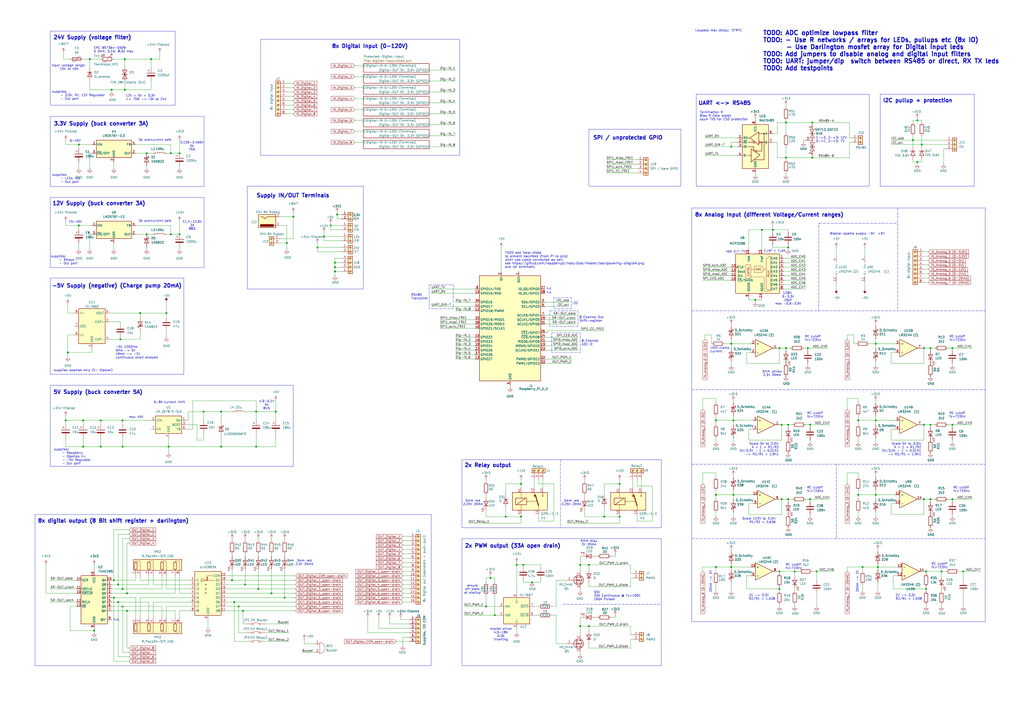
<source format=kicad_sch>
(kicad_sch
	(version 20231120)
	(generator "eeschema")
	(generator_version "8.0")
	(uuid "af4d11a6-73e1-4c39-a25e-5fe7dfa07237")
	(paper "A2")
	
	(junction
		(at 48.26 259.08)
		(diameter 0)
		(color 0 0 0 0)
		(uuid "04e54955-95ed-4070-adbb-7cee1b2c7a8b")
	)
	(junction
		(at 135.89 349.25)
		(diameter 0)
		(color 0 0 0 0)
		(uuid "05eca1c0-0042-44d8-82a8-b1f48175c33d")
	)
	(junction
		(at 529.59 81.28)
		(diameter 0)
		(color 0 0 0 0)
		(uuid "07823899-5798-4592-8eff-8b1fe5858f30")
	)
	(junction
		(at 308.61 337.82)
		(diameter 0)
		(color 0 0 0 0)
		(uuid "0c7b1ae2-c684-4906-92c2-8dfa0b9613b9")
	)
	(junction
		(at 455.93 201.93)
		(diameter 0)
		(color 0 0 0 0)
		(uuid "0fefb793-9883-40a2-bd83-f35b47e8dbdb")
	)
	(junction
		(at 66.04 336.55)
		(diameter 0)
		(color 0 0 0 0)
		(uuid "10026633-9ac7-4b72-aa53-10151f42da81")
	)
	(junction
		(at 71.12 243.84)
		(diameter 0)
		(color 0 0 0 0)
		(uuid "105d8991-ac05-4276-b194-5060bc474cf0")
	)
	(junction
		(at 424.18 328.93)
		(diameter 0)
		(color 0 0 0 0)
		(uuid "11161079-c1a9-4ebe-8de9-fa873f6e9640")
	)
	(junction
		(at 142.24 339.09)
		(diameter 0)
		(color 0 0 0 0)
		(uuid "11903fdd-3575-4409-96d6-35550cd46cfd")
	)
	(junction
		(at 284.48 335.28)
		(diameter 0)
		(color 0 0 0 0)
		(uuid "14ee932b-b4bf-415b-ab21-01e0b930417b")
	)
	(junction
		(at 39.37 204.47)
		(diameter 0)
		(color 0 0 0 0)
		(uuid "16107448-b037-4021-a9bb-1fb19d6f36c7")
	)
	(junction
		(at 471.17 71.12)
		(diameter 0)
		(color 0 0 0 0)
		(uuid "1827b75e-5515-4844-a399-117e6918fd73")
	)
	(junction
		(at 149.86 341.63)
		(diameter 0)
		(color 0 0 0 0)
		(uuid "1ab2b0ca-ba04-4500-a455-f6bec6b9245f")
	)
	(junction
		(at 532.13 93.98)
		(diameter 0)
		(color 0 0 0 0)
		(uuid "1c476741-4a7f-44e7-a84a-5b0fc50d1df8")
	)
	(junction
		(at 72.39 52.07)
		(diameter 0)
		(color 0 0 0 0)
		(uuid "1ca1e8b3-a925-433d-8b97-4bcdb1b98a40")
	)
	(junction
		(at 457.2 246.38)
		(diameter 0)
		(color 0 0 0 0)
		(uuid "209182a8-b4b9-40cd-b5b2-bd90b860e927")
	)
	(junction
		(at 461.01 331.47)
		(diameter 0)
		(color 0 0 0 0)
		(uuid "2108f88e-bd30-4e37-bd43-f81a6b0a951c")
	)
	(junction
		(at 302.26 280.67)
		(diameter 0)
		(color 0 0 0 0)
		(uuid "213f96fc-26d9-4cf1-83bd-f4336ef00b81")
	)
	(junction
		(at 350.52 299.72)
		(diameter 0)
		(color 0 0 0 0)
		(uuid "236f3f4e-76e9-4351-baf1-7665cdb427aa")
	)
	(junction
		(at 128.27 238.76)
		(diameter 0)
		(color 0 0 0 0)
		(uuid "28045595-b22a-4b06-9953-9f52298bbfc3")
	)
	(junction
		(at 425.45 287.02)
		(diameter 0)
		(color 0 0 0 0)
		(uuid "28934ae1-6d54-433a-8602-d8951919fe72")
	)
	(junction
		(at 336.55 327.66)
		(diameter 0)
		(color 0 0 0 0)
		(uuid "2a544a35-89e9-4403-a76e-deca404b0df4")
	)
	(junction
		(at 455.93 71.12)
		(diameter 0)
		(color 0 0 0 0)
		(uuid "2d47b40e-d23f-458b-8bda-f40f4a63d16c")
	)
	(junction
		(at 415.29 287.02)
		(diameter 0)
		(color 0 0 0 0)
		(uuid "2f3e2706-66a2-4ddc-84d7-d0f87e408bee")
	)
	(junction
		(at 52.07 34.29)
		(diameter 0)
		(color 0 0 0 0)
		(uuid "323916cf-5786-4346-bdcd-89c81cb32737")
	)
	(junction
		(at 170.18 125.73)
		(diameter 0)
		(color 0 0 0 0)
		(uuid "36c7ffc8-59d3-497b-8dce-a7b0d2f66aca")
	)
	(junction
		(at 184.15 143.51)
		(diameter 0)
		(color 0 0 0 0)
		(uuid "36d68065-ce7c-4d04-bfc0-73baed985380")
	)
	(junction
		(at 48.26 243.84)
		(diameter 0)
		(color 0 0 0 0)
		(uuid "383ef42e-22d7-43b3-89d3-2af42737728c")
	)
	(junction
		(at 535.94 246.38)
		(diameter 0)
		(color 0 0 0 0)
		(uuid "3ae78f7f-94a6-4485-a6b5-d7ce73e1abef")
	)
	(junction
		(at 54.61 365.76)
		(diameter 0)
		(color 0 0 0 0)
		(uuid "3c754c5e-b249-46c4-9d05-9f550316aca5")
	)
	(junction
		(at 415.29 328.93)
		(diameter 0)
		(color 0 0 0 0)
		(uuid "3e62f561-0d72-4e6a-934a-49655edcba7a")
	)
	(junction
		(at 195.58 124.46)
		(diameter 0)
		(color 0 0 0 0)
		(uuid "4165b357-897a-49f2-9ef7-d976d8e6b00f")
	)
	(junction
		(at 58.42 243.84)
		(diameter 0)
		(color 0 0 0 0)
		(uuid "422bc740-9691-4697-b466-286d91cb40aa")
	)
	(junction
		(at 448.31 133.35)
		(diameter 0)
		(color 0 0 0 0)
		(uuid "42f8f2a2-d4f1-4f85-a7f3-af76fd15f334")
	)
	(junction
		(at 281.94 351.79)
		(diameter 0)
		(color 0 0 0 0)
		(uuid "45df1d33-cd46-4ea8-8c84-ecb0d5402893")
	)
	(junction
		(at 81.28 181.61)
		(diameter 0)
		(color 0 0 0 0)
		(uuid "49b65474-3c4a-461b-8a68-40a6b20540ce")
	)
	(junction
		(at 535.94 201.93)
		(diameter 0)
		(color 0 0 0 0)
		(uuid "4c28afa4-cb18-4457-bfd3-5c53dabd8baa")
	)
	(junction
		(at 66.04 346.71)
		(diameter 0)
		(color 0 0 0 0)
		(uuid "4dd49bce-72c0-4885-aaa1-4fc2ceee5ed9")
	)
	(junction
		(at 438.15 173.99)
		(diameter 0)
		(color 0 0 0 0)
		(uuid "4e57230f-aabe-47d0-b863-f2adc3d1ffe4")
	)
	(junction
		(at 537.21 331.47)
		(diameter 0)
		(color 0 0 0 0)
		(uuid "51a2075d-152f-4706-892e-e33346bc5c7c")
	)
	(junction
		(at 469.9 289.56)
		(diameter 0)
		(color 0 0 0 0)
		(uuid "5350fbf4-d95b-437a-9686-20f0bf58d3a4")
	)
	(junction
		(at 534.67 83.82)
		(diameter 0)
		(color 0 0 0 0)
		(uuid "53d66afe-70cb-456e-9b1b-03e37a30427c")
	)
	(junction
		(at 535.94 289.56)
		(diameter 0)
		(color 0 0 0 0)
		(uuid "5453c15f-3da7-498f-b4d4-eefd4a32800e")
	)
	(junction
		(at 71.12 259.08)
		(diameter 0)
		(color 0 0 0 0)
		(uuid "548e2dfb-04f2-4d21-ab49-d803782e4bea")
	)
	(junction
		(at 165.1 346.71)
		(diameter 0)
		(color 0 0 0 0)
		(uuid "5728ee18-fcb1-40dc-a17f-8fbad76f4f48")
	)
	(junction
		(at 497.84 243.84)
		(diameter 0)
		(color 0 0 0 0)
		(uuid "57a339c8-b411-45ff-a169-a3416d23d890")
	)
	(junction
		(at 359.41 299.72)
		(diameter 0)
		(color 0 0 0 0)
		(uuid "58641e9a-dfea-4a17-a599-d3f20704b922")
	)
	(junction
		(at 104.14 135.89)
		(diameter 0)
		(color 0 0 0 0)
		(uuid "5b0eb3d4-c4be-4d9b-9e7b-ef02c7a05fa6")
	)
	(junction
		(at 552.45 246.38)
		(diameter 0)
		(color 0 0 0 0)
		(uuid "5fd46808-879e-44b8-af18-96d3e87ab16f")
	)
	(junction
		(at 104.14 88.9)
		(diameter 0)
		(color 0 0 0 0)
		(uuid "6030d6cb-547f-4627-bb7a-29b5d50e2d7c")
	)
	(junction
		(at 532.13 69.85)
		(diameter 0)
		(color 0 0 0 0)
		(uuid "60649139-4bdd-472e-9af5-360b27505cfe")
	)
	(junction
		(at 45.72 83.82)
		(diameter 0)
		(color 0 0 0 0)
		(uuid "61300700-7a6f-4cf0-89e3-de24251aaf76")
	)
	(junction
		(at 500.38 328.93)
		(diameter 0)
		(color 0 0 0 0)
		(uuid "628c5c50-25e2-4f91-8c48-b88818b7ae22")
	)
	(junction
		(at 508 243.84)
		(diameter 0)
		(color 0 0 0 0)
		(uuid "681b0c0c-503e-42b4-b413-9d8b61948eb7")
	)
	(junction
		(at 187.96 137.16)
		(diameter 0)
		(color 0 0 0 0)
		(uuid "6cf7d574-f4cc-4d2d-aaa4-333b42743989")
	)
	(junction
		(at 299.72 327.66)
		(diameter 0)
		(color 0 0 0 0)
		(uuid "6f8dae14-e5bb-4ed3-8136-992dd6b276bb")
	)
	(junction
		(at 441.96 133.35)
		(diameter 0)
		(color 0 0 0 0)
		(uuid "71c80c36-cea0-487c-bcb3-ac90e6cf6909")
	)
	(junction
		(at 99.06 135.89)
		(diameter 0)
		(color 0 0 0 0)
		(uuid "72aa6fa5-05f9-4fb4-9b06-f61f0b76719e")
	)
	(junction
		(at 497.84 287.02)
		(diameter 0)
		(color 0 0 0 0)
		(uuid "72cd6455-fb65-4b52-8421-80100f0ddc8f")
	)
	(junction
		(at 68.58 339.09)
		(diameter 0)
		(color 0 0 0 0)
		(uuid "751fb691-f4d4-4afb-8c99-237d44216e6a")
	)
	(junction
		(at 160.02 238.76)
		(diameter 0)
		(color 0 0 0 0)
		(uuid "75c001cd-17a9-469a-b125-e6fab77c80b6")
	)
	(junction
		(at 457.2 143.51)
		(diameter 0)
		(color 0 0 0 0)
		(uuid "7b6a19d9-d84c-4ace-9ad2-e52657e5669a")
	)
	(junction
		(at 96.52 181.61)
		(diameter 0)
		(color 0 0 0 0)
		(uuid "7e3134f9-4b48-4e64-b337-949ca5145048")
	)
	(junction
		(at 166.37 140.97)
		(diameter 0)
		(color 0 0 0 0)
		(uuid "7e34b571-ccc5-431c-9beb-4c51058dace2")
	)
	(junction
		(at 452.12 331.47)
		(diameter 0)
		(color 0 0 0 0)
		(uuid "7eee6ae0-e862-4cf5-a20a-077da3b5824a")
	)
	(junction
		(at 552.45 201.93)
		(diameter 0)
		(color 0 0 0 0)
		(uuid "85be4b5b-1dd3-4429-a51f-714f415e4cb3")
	)
	(junction
		(at 58.42 259.08)
		(diameter 0)
		(color 0 0 0 0)
		(uuid "8858408f-f194-4c4f-bd3d-5f79bdeb0f2d")
	)
	(junction
		(at 194.31 152.4)
		(diameter 0)
		(color 0 0 0 0)
		(uuid "88c2711e-5b03-40e9-b711-09a368eecd39")
	)
	(junction
		(at 148.59 259.08)
		(diameter 0)
		(color 0 0 0 0)
		(uuid "89ab178e-a455-4ee1-9c37-6616d82dbbfd")
	)
	(junction
		(at 99.06 88.9)
		(diameter 0)
		(color 0 0 0 0)
		(uuid "8a14436b-3658-4869-9928-b6970ddfd0dd")
	)
	(junction
		(at 425.45 243.84)
		(diameter 0)
		(color 0 0 0 0)
		(uuid "8c0d1323-aeaa-4fdf-940b-e96e8f624588")
	)
	(junction
		(at 508 287.02)
		(diameter 0)
		(color 0 0 0 0)
		(uuid "8c384515-970b-4a9b-9d25-34f7c7cf5a31")
	)
	(junction
		(at 303.53 327.66)
		(diameter 0)
		(color 0 0 0 0)
		(uuid "900094c6-ad82-42ce-b9e4-bbff1fbd4f7d")
	)
	(junction
		(at 157.48 344.17)
		(diameter 0)
		(color 0 0 0 0)
		(uuid "96561ec8-8fb0-4b54-8190-e8ea97ddc94c")
	)
	(junction
		(at 45.72 130.81)
		(diameter 0)
		(color 0 0 0 0)
		(uuid "9ce26f46-c13d-457f-b7ea-3cb9a3964209")
	)
	(junction
		(at 87.63 34.29)
		(diameter 0)
		(color 0 0 0 0)
		(uuid "9e5cf790-7802-46af-ab1e-37a6016aa652")
	)
	(junction
		(at 537.21 341.63)
		(diameter 0)
		(color 0 0 0 0)
		(uuid "9f9cd4a1-53b7-4b90-939d-1f42f0144daf")
	)
	(junction
		(at 71.12 341.63)
		(diameter 0)
		(color 0 0 0 0)
		(uuid "a02a0c35-7237-4690-930d-ae7d81a03d46")
	)
	(junction
		(at 148.59 238.76)
		(diameter 0)
		(color 0 0 0 0)
		(uuid "a1035066-f2bd-42c1-b35e-660253af95e6")
	)
	(junction
		(at 38.1 243.84)
		(diameter 0)
		(color 0 0 0 0)
		(uuid "a1588343-c251-454b-b53e-fff8eaaaa3ac")
	)
	(junction
		(at 424.18 85.09)
		(diameter 0)
		(color 0 0 0 0)
		(uuid "a3b0547d-f7ce-442b-817a-271db96a0661")
	)
	(junction
		(at 457.2 289.56)
		(diameter 0)
		(color 0 0 0 0)
		(uuid "a647ae42-673a-4b30-ba91-f5c0de2d1fb1")
	)
	(junction
		(at 415.29 243.84)
		(diameter 0)
		(color 0 0 0 0)
		(uuid "a8916f2a-3760-4408-a711-e8008e50a42d")
	)
	(junction
		(at 552.45 289.56)
		(diameter 0)
		(color 0 0 0 0)
		(uuid "a8b20a5e-2fbe-4704-8e22-2faf27846df8")
	)
	(junction
		(at 469.9 246.38)
		(diameter 0)
		(color 0 0 0 0)
		(uuid "aad29792-d123-4844-9da8-1df2be24a9d5")
	)
	(junction
		(at 509.27 328.93)
		(diameter 0)
		(color 0 0 0 0)
		(uuid "ab657e53-e46e-4daf-86ec-72046f57a401")
	)
	(junction
		(at 293.37 299.72)
		(diameter 0)
		(color 0 0 0 0)
		(uuid "ac1970be-fc9a-493a-b832-4f526b5d8a6f")
	)
	(junction
		(at 64.77 52.07)
		(diameter 0)
		(color 0 0 0 0)
		(uuid "aec62089-2d46-4a73-8fe2-9440797f680d")
	)
	(junction
		(at 191.77 130.81)
		(diameter 0)
		(color 0 0 0 0)
		(uuid "afe0a47e-780f-4d3f-922b-cf183727c03c")
	)
	(junction
		(at 140.97 354.33)
		(diameter 0)
		(color 0 0 0 0)
		(uuid "b03b65c9-d63a-4b4e-b4bc-bfd5bb85047b")
	)
	(junction
		(at 128.27 259.08)
		(diameter 0)
		(color 0 0 0 0)
		(uuid "b129a554-6918-436f-b908-937c28939470")
	)
	(junction
		(at 194.31 154.94)
		(diameter 0)
		(color 0 0 0 0)
		(uuid "b2e8f750-2b92-45ce-8a68-634998755450")
	)
	(junction
		(at 85.09 135.89)
		(diameter 0)
		(color 0 0 0 0)
		(uuid "b75be159-2e10-4f46-b206-2354b78b9157")
	)
	(junction
		(at 452.12 341.63)
		(diameter 0)
		(color 0 0 0 0)
		(uuid "bc0e8895-a168-4b32-a3ae-032222041331")
	)
	(junction
		(at 85.09 88.9)
		(diameter 0)
		(color 0 0 0 0)
		(uuid "bcb07714-ac5e-4281-b3c3-552386782e56")
	)
	(junction
		(at 359.41 280.67)
		(diameter 0)
		(color 0 0 0 0)
		(uuid "c25e2208-2d4a-4a5d-b1b6-520bc7405c20")
	)
	(junction
		(at 71.12 351.79)
		(diameter 0)
		(color 0 0 0 0)
		(uuid "c2a7d60c-8406-4629-9f9f-20facc991908")
	)
	(junction
		(at 336.55 363.22)
		(diameter 0)
		(color 0 0 0 0)
		(uuid "c583ebaa-dbb1-42bf-9503-cd46d9d9c934")
	)
	(junction
		(at 424.18 199.39)
		(diameter 0)
		(color 0 0 0 0)
		(uuid "c5e0eb5b-7c3b-45d6-94c4-c8f1aeb4edda")
	)
	(junction
		(at 558.8 331.47)
		(diameter 0)
		(color 0 0 0 0)
		(uuid "c6fd9455-a40f-495c-b522-dad68ccccb40")
	)
	(junction
		(at 68.58 349.25)
		(diameter 0)
		(color 0 0 0 0)
		(uuid "c7252f51-5593-44ea-9ef0-15644cb2b836")
	)
	(junction
		(at 468.63 201.93)
		(diameter 0)
		(color 0 0 0 0)
		(uuid "c9a1a788-271b-4313-91ac-1eb41a1be2d1")
	)
	(junction
		(at 73.66 344.17)
		(diameter 0)
		(color 0 0 0 0)
		(uuid "ca97fd06-a20b-4255-9402-c6f0775648c9")
	)
	(junction
		(at 539.75 289.56)
		(diameter 0)
		(color 0 0 0 0)
		(uuid "cce9ddbf-6d0b-4bc9-aa3e-08b573ecddaa")
	)
	(junction
		(at 539.75 246.38)
		(diameter 0)
		(color 0 0 0 0)
		(uuid "cef5d492-924d-4b16-915e-16292a4ec979")
	)
	(junction
		(at 546.1 331.47)
		(diameter 0)
		(color 0 0 0 0)
		(uuid "d3002e4b-d3e1-40cc-9b8a-5d2c7334c6dd")
	)
	(junction
		(at 539.75 201.93)
		(diameter 0)
		(color 0 0 0 0)
		(uuid "d5958f52-db39-4d96-9f5c-46cc0e0a9c13")
	)
	(junction
		(at 471.17 91.44)
		(diameter 0)
		(color 0 0 0 0)
		(uuid "d5f0980c-b894-41c8-ad9a-99d84da95533")
	)
	(junction
		(at 341.63 363.22)
		(diameter 0)
		(color 0 0 0 0)
		(uuid "d7f6abff-a394-48b0-8295-d13e407a04cb")
	)
	(junction
		(at 72.39 34.29)
		(diameter 0)
		(color 0 0 0 0)
		(uuid "d8f092e7-91d1-49cd-8b38-bfbac74525e6")
	)
	(junction
		(at 473.71 331.47)
		(diameter 0)
		(color 0 0 0 0)
		(uuid "dd672ca4-9aed-4510-a18a-eaf4c4b1b5b2")
	)
	(junction
		(at 508 199.39)
		(diameter 0)
		(color 0 0 0 0)
		(uuid "dd99b0be-8d82-412c-a9e5-745f68c0f208")
	)
	(junction
		(at 453.39 246.38)
		(diameter 0)
		(color 0 0 0 0)
		(uuid "e06e2f01-d838-48f6-8efa-7e05b926ca29")
	)
	(junction
		(at 302.26 299.72)
		(diameter 0)
		(color 0 0 0 0)
		(uuid "e0fcc60c-adef-4503-b67d-31eec596d694")
	)
	(junction
		(at 287.02 356.87)
		(diameter 0)
		(color 0 0 0 0)
		(uuid "e53c7c71-19dd-4ec4-8ce2-7755b910932a")
	)
	(junction
		(at 134.62 336.55)
		(diameter 0)
		(color 0 0 0 0)
		(uuid "e5bd5461-5bb2-4b08-87c8-6e463ef8db0a")
	)
	(junction
		(at 118.11 238.76)
		(diameter 0)
		(color 0 0 0 0)
		(uuid "e70a65f8-f7a2-47ed-978c-48ab0ab55eb7")
	)
	(junction
		(at 341.63 327.66)
		(diameter 0)
		(color 0 0 0 0)
		(uuid "e8615103-e90c-4f75-b440-b8fad443ff1e")
	)
	(junction
		(at 69.85 196.85)
		(diameter 0)
		(color 0 0 0 0)
		(uuid "eac55c9c-6217-4313-8428-a310d44dd53f")
	)
	(junction
		(at 455.93 91.44)
		(diameter 0)
		(color 0 0 0 0)
		(uuid "ed02a82a-9a4c-446b-b18a-c2e77fed11fa")
	)
	(junction
		(at 453.39 289.56)
		(diameter 0)
		(color 0 0 0 0)
		(uuid "ef6c709f-f6a8-4332-b336-2fc745163133")
	)
	(junction
		(at 97.79 259.08)
		(diameter 0)
		(color 0 0 0 0)
		(uuid "f74be3ca-6702-47ef-b237-4f888ce46f38")
	)
	(junction
		(at 194.31 157.48)
		(diameter 0)
		(color 0 0 0 0)
		(uuid "f7f75933-16ea-47d7-b287-2e617fa65d71")
	)
	(junction
		(at 138.43 351.79)
		(diameter 0)
		(color 0 0 0 0)
		(uuid "fae7fc45-5150-4de6-9de8-a36ec31aa312")
	)
	(junction
		(at 452.12 201.93)
		(diameter 0)
		(color 0 0 0 0)
		(uuid "fbce1fdb-db5b-4f19-bbb5-0a9c27bcbc89")
	)
	(junction
		(at 73.66 354.33)
		(diameter 0)
		(color 0 0 0 0)
		(uuid "fcfc1728-3653-4623-b7b5-a4e4cd6811ba")
	)
	(wire
		(pts
			(xy 457.2 142.24) (xy 457.2 143.51)
		)
		(stroke
			(width 0)
			(type default)
		)
		(uuid "0054231e-6c1c-4b62-a261-da803b448710")
	)
	(wire
		(pts
			(xy 198.12 139.7) (xy 187.96 139.7)
		)
		(stroke
			(width 0)
			(type default)
		)
		(uuid "00545783-b683-4c25-a5a8-313c6c100a89")
	)
	(wire
		(pts
			(xy 233.68 323.85) (xy 237.49 323.85)
		)
		(stroke
			(width 0)
			(type default)
		)
		(uuid "00818073-0ff6-4df9-84ad-d009831f149e")
	)
	(wire
		(pts
			(xy 157.48 330.2) (xy 157.48 344.17)
		)
		(stroke
			(width 0)
			(type default)
		)
		(uuid "008afce7-2f89-4bee-bec1-74412a14f6ad")
	)
	(wire
		(pts
			(xy 415.29 339.09) (xy 415.29 342.9)
		)
		(stroke
			(width 0)
			(type default)
		)
		(uuid "00ef2f56-37bd-4ed0-aeb9-aa019bd24e2f")
	)
	(wire
		(pts
			(xy 138.43 367.03) (xy 138.43 351.79)
		)
		(stroke
			(width 0)
			(type default)
		)
		(uuid "00fdba94-28e0-4b7e-a3f6-8468a273182f")
	)
	(wire
		(pts
			(xy 287.02 356.87) (xy 289.56 356.87)
		)
		(stroke
			(width 0)
			(type default)
		)
		(uuid "017d5216-18df-44a3-a6da-36993ef9117e")
	)
	(wire
		(pts
			(xy 469.9 246.38) (xy 469.9 247.65)
		)
		(stroke
			(width 0)
			(type default)
		)
		(uuid "01a5f7f5-381b-4726-8886-b420b25ccedd")
	)
	(wire
		(pts
			(xy 130.81 349.25) (xy 135.89 349.25)
		)
		(stroke
			(width 0)
			(type default)
		)
		(uuid "01f70877-5d35-4473-8154-b32633fb4439")
	)
	(wire
		(pts
			(xy 299.72 327.66) (xy 303.53 327.66)
		)
		(stroke
			(width 0)
			(type default)
		)
		(uuid "02432959-10b0-4f2a-af2d-7311d5fec00d")
	)
	(wire
		(pts
			(xy 248.92 85.09) (xy 264.16 85.09)
		)
		(stroke
			(width 0)
			(type default)
		)
		(uuid "02ad12e9-171b-44af-b8d5-404ce7de4145")
	)
	(wire
		(pts
			(xy 54.61 364.49) (xy 54.61 365.76)
		)
		(stroke
			(width 0)
			(type default)
		)
		(uuid "02caf3da-4dfe-464a-bed0-55c975aa32ca")
	)
	(wire
		(pts
			(xy 264.16 195.58) (xy 275.59 195.58)
		)
		(stroke
			(width 0)
			(type default)
		)
		(uuid "02f927d2-46f0-4067-bb2c-7b5ed625f8eb")
	)
	(wire
		(pts
			(xy 162.56 138.43) (xy 170.18 138.43)
		)
		(stroke
			(width 0)
			(type default)
		)
		(uuid "02fbffc1-1a80-4729-b02b-5df049ccd742")
	)
	(wire
		(pts
			(xy 365.76 368.3) (xy 365.76 363.22)
		)
		(stroke
			(width 0)
			(type default)
		)
		(uuid "030da04f-bb6a-49d5-a07a-b1ac13ef0d2c")
	)
	(wire
		(pts
			(xy 149.86 330.2) (xy 149.86 341.63)
		)
		(stroke
			(width 0)
			(type default)
		)
		(uuid "041815f2-6a56-4b6a-bb9d-9c928a900a5c")
	)
	(wire
		(pts
			(xy 453.39 246.38) (xy 457.2 246.38)
		)
		(stroke
			(width 0)
			(type default)
		)
		(uuid "04304b2e-0c68-4a14-bbe0-0e23cac30e94")
	)
	(wire
		(pts
			(xy 529.59 71.12) (xy 529.59 69.85)
		)
		(stroke
			(width 0)
			(type default)
		)
		(uuid "0445f1c5-cbd7-41f2-81d5-6122602375c6")
	)
	(polyline
		(pts
			(xy 326.39 350.52) (xy 383.54 350.52)
		)
		(stroke
			(width 0)
			(type dash)
		)
		(uuid "0562829c-78ed-418e-bf83-3ad41711062d")
	)
	(wire
		(pts
			(xy 128.27 252.73) (xy 128.27 259.08)
		)
		(stroke
			(width 0)
			(type default)
		)
		(uuid "056eeaf6-cef0-4a15-9aa0-a138145aa6e3")
	)
	(wire
		(pts
			(xy 321.31 280.67) (xy 321.31 302.26)
		)
		(stroke
			(width 0)
			(type default)
		)
		(uuid "05769be8-6486-49a6-96aa-282d535c7d39")
	)
	(wire
		(pts
			(xy 434.34 144.78) (xy 434.34 133.35)
		)
		(stroke
			(width 0)
			(type default)
		)
		(uuid "05c7cccb-cca5-4623-97c8-040d9b4df307")
	)
	(wire
		(pts
			(xy 66.04 336.55) (xy 78.74 336.55)
		)
		(stroke
			(width 0)
			(type default)
		)
		(uuid "060a1e46-185f-46d5-bb25-4b502bfab042")
	)
	(wire
		(pts
			(xy 45.72 83.82) (xy 53.34 83.82)
		)
		(stroke
			(width 0)
			(type default)
		)
		(uuid "062e080a-8aeb-47cc-970e-09456cd360cd")
	)
	(wire
		(pts
			(xy 135.89 349.25) (xy 171.45 349.25)
		)
		(stroke
			(width 0)
			(type default)
		)
		(uuid "0659393b-3309-4473-b9a3-0b8d8e6240c7")
	)
	(wire
		(pts
			(xy 454.66 149.86) (xy 467.36 149.86)
		)
		(stroke
			(width 0)
			(type default)
		)
		(uuid "068083fa-fce7-43b5-8463-4f98840e7a26")
	)
	(wire
		(pts
			(xy 93.98 341.63) (xy 93.98 334.01)
		)
		(stroke
			(width 0)
			(type default)
		)
		(uuid "0682b7ac-d716-40a5-af74-9d38bd3e4468")
	)
	(wire
		(pts
			(xy 321.31 302.26) (xy 312.42 302.26)
		)
		(stroke
			(width 0)
			(type default)
		)
		(uuid "06a1b25e-5913-4cbd-a6dc-df54f02c3062")
	)
	(wire
		(pts
			(xy 316.23 182.88) (xy 334.01 182.88)
		)
		(stroke
			(width 0)
			(type default)
		)
		(uuid "06d6f191-9971-474b-b097-e0a1a133101e")
	)
	(wire
		(pts
			(xy 74.93 309.88) (xy 68.58 309.88)
		)
		(stroke
			(width 0)
			(type default)
		)
		(uuid "0768423a-ac1c-4f99-9532-7ef87789f549")
	)
	(wire
		(pts
			(xy 81.28 191.77) (xy 81.28 196.85)
		)
		(stroke
			(width 0)
			(type default)
		)
		(uuid "07802d6c-0405-4611-8498-2921642973c9")
	)
	(wire
		(pts
			(xy 457.2 289.56) (xy 459.74 289.56)
		)
		(stroke
			(width 0)
			(type default)
		)
		(uuid "08d4afc6-7a52-4c48-90ea-de03339f3fec")
	)
	(wire
		(pts
			(xy 434.34 292.1) (xy 434.34 298.45)
		)
		(stroke
			(width 0)
			(type default)
		)
		(uuid "08da2754-5954-4cc6-88b7-c43418808a5f")
	)
	(wire
		(pts
			(xy 233.68 331.47) (xy 237.49 331.47)
		)
		(stroke
			(width 0)
			(type default)
		)
		(uuid "09105bff-0442-453e-b260-c98527da345d")
	)
	(wire
		(pts
			(xy 69.85 196.85) (xy 63.5 196.85)
		)
		(stroke
			(width 0)
			(type default)
		)
		(uuid "09231105-ced3-4313-bf61-0ff5f84aa1d1")
	)
	(wire
		(pts
			(xy 454.66 152.4) (xy 467.36 152.4)
		)
		(stroke
			(width 0)
			(type default)
		)
		(uuid "0932f8bf-1781-41f0-8075-3b7e84ddb5c7")
	)
	(polyline
		(pts
			(xy 401.32 312.42) (xy 571.5 312.42)
		)
		(stroke
			(width 0)
			(type dash)
		)
		(uuid "094d5652-c661-4611-aef7-df74f3da51b8")
	)
	(wire
		(pts
			(xy 52.07 97.79) (xy 52.07 88.9)
		)
		(stroke
			(width 0)
			(type default)
		)
		(uuid "096d85b4-5d51-44af-82ba-979fa750f17a")
	)
	(wire
		(pts
			(xy 497.84 284.48) (xy 497.84 287.02)
		)
		(stroke
			(width 0)
			(type default)
		)
		(uuid "09d9a41a-af3c-4a91-ad4d-2c3b79cf9ec7")
	)
	(wire
		(pts
			(xy 54.61 327.66) (xy 54.61 331.47)
		)
		(stroke
			(width 0)
			(type default)
		)
		(uuid "0a051774-4cbb-4b66-bf37-8910fac947bb")
	)
	(wire
		(pts
			(xy 539.75 246.38) (xy 539.75 247.65)
		)
		(stroke
			(width 0)
			(type default)
		)
		(uuid "0a19eb4a-b45c-478b-9d63-c374df4a79a0")
	)
	(wire
		(pts
			(xy 81.28 181.61) (xy 96.52 181.61)
		)
		(stroke
			(width 0)
			(type default)
		)
		(uuid "0a9bbdf8-1908-4d8c-8217-07db364293b0")
	)
	(wire
		(pts
			(xy 64.77 354.33) (xy 73.66 354.33)
		)
		(stroke
			(width 0)
			(type default)
		)
		(uuid "0aa33d96-2e44-4442-b63d-f8ede3d506ac")
	)
	(wire
		(pts
			(xy 415.29 274.32) (xy 415.29 276.86)
		)
		(stroke
			(width 0)
			(type default)
		)
		(uuid "0b798a4e-ae38-46ca-9967-253a2656e0f1")
	)
	(wire
		(pts
			(xy 68.58 381) (xy 68.58 349.25)
		)
		(stroke
			(width 0)
			(type default)
		)
		(uuid "0d64bcbd-9b4c-4f6e-98d3-beab5b2606b6")
	)
	(wire
		(pts
			(xy 88.9 339.09) (xy 110.49 339.09)
		)
		(stroke
			(width 0)
			(type default)
		)
		(uuid "0e92e4be-38e2-45e5-939b-f91def45932d")
	)
	(wire
		(pts
			(xy 497.84 243.84) (xy 497.84 246.38)
		)
		(stroke
			(width 0)
			(type default)
		)
		(uuid "0f4644b6-fa54-41ce-a769-bba1ac182829")
	)
	(wire
		(pts
			(xy 438.15 68.58) (xy 438.15 69.85)
		)
		(stroke
			(width 0)
			(type default)
		)
		(uuid "0fdad08b-4b60-4f92-976c-2a5e922013e0")
	)
	(wire
		(pts
			(xy 148.59 238.76) (xy 148.59 243.84)
		)
		(stroke
			(width 0)
			(type default)
		)
		(uuid "10545d38-a86d-4f4b-9d61-a90e5b83a28b")
	)
	(wire
		(pts
			(xy 138.43 351.79) (xy 171.45 351.79)
		)
		(stroke
			(width 0)
			(type default)
		)
		(uuid "105e6ead-c219-4b9a-9c48-5f4c927466e0")
	)
	(wire
		(pts
			(xy 491.49 274.32) (xy 497.84 274.32)
		)
		(stroke
			(width 0)
			(type default)
		)
		(uuid "10a6a44e-d783-4ce2-86b8-20bd8032d780")
	)
	(wire
		(pts
			(xy 264.16 203.2) (xy 275.59 203.2)
		)
		(stroke
			(width 0)
			(type default)
		)
		(uuid "10a757e5-89b9-4989-b591-35fa1e44e30a")
	)
	(wire
		(pts
			(xy 535.94 255.27) (xy 535.94 246.38)
		)
		(stroke
			(width 0)
			(type default)
		)
		(uuid "1103b789-e8a0-437b-b861-57f3bb0fe1fd")
	)
	(wire
		(pts
			(xy 148.59 238.76) (xy 160.02 238.76)
		)
		(stroke
			(width 0)
			(type default)
		)
		(uuid "11050421-263c-408e-9ff9-8d4704e38685")
	)
	(wire
		(pts
			(xy 508 209.55) (xy 508 212.09)
		)
		(stroke
			(width 0)
			(type default)
		)
		(uuid "110938bc-7e57-48c8-9cf6-d617786f4017")
	)
	(wire
		(pts
			(xy 316.23 185.42) (xy 334.01 185.42)
		)
		(stroke
			(width 0)
			(type default)
		)
		(uuid "119c66a0-9194-4112-8a35-c7ab420db9e3")
	)
	(wire
		(pts
			(xy 341.63 363.22) (xy 341.63 365.76)
		)
		(stroke
			(width 0)
			(type default)
		)
		(uuid "11c359c3-26fe-4117-8dcc-0f087608c0a4")
	)
	(wire
		(pts
			(xy 529.59 93.98) (xy 532.13 93.98)
		)
		(stroke
			(width 0)
			(type default)
		)
		(uuid "120cdc1a-687e-4eba-afd7-f1b2efe76e94")
	)
	(wire
		(pts
			(xy 170.18 63.5) (xy 166.37 63.5)
		)
		(stroke
			(width 0)
			(type default)
		)
		(uuid "1238accc-b1f4-495d-9555-1773ffdde48b")
	)
	(wire
		(pts
			(xy 407.67 231.14) (xy 415.29 231.14)
		)
		(stroke
			(width 0)
			(type default)
		)
		(uuid "1257bc49-635e-40d2-adbc-efdb0b93d729")
	)
	(wire
		(pts
			(xy 104.14 143.51) (xy 104.14 144.78)
		)
		(stroke
			(width 0)
			(type default)
		)
		(uuid "125a7d11-0e70-4fc2-ad30-a60c78e9f5a4")
	)
	(wire
		(pts
			(xy 198.12 143.51) (xy 184.15 143.51)
		)
		(stroke
			(width 0)
			(type default)
		)
		(uuid "1277afae-9962-4396-93da-5f8be530e087")
	)
	(wire
		(pts
			(xy 29.21 336.55) (xy 44.45 336.55)
		)
		(stroke
			(width 0)
			(type default)
		)
		(uuid "12a983d3-1186-4ca8-a60c-5c45001d78ec")
	)
	(wire
		(pts
			(xy 424.18 82.55) (xy 427.99 82.55)
		)
		(stroke
			(width 0)
			(type default)
		)
		(uuid "12d77e0a-5dcd-4dd0-8d7e-2bd92b3f4f23")
	)
	(wire
		(pts
			(xy 170.18 48.26) (xy 166.37 48.26)
		)
		(stroke
			(width 0)
			(type default)
		)
		(uuid "131e9cc7-fe99-45a7-b73f-6d1a85fbc334")
	)
	(wire
		(pts
			(xy 534.67 93.98) (xy 534.67 92.71)
		)
		(stroke
			(width 0)
			(type default)
		)
		(uuid "135d3430-334d-4aef-a7e9-ae49e108ebcb")
	)
	(wire
		(pts
			(xy 160.02 251.46) (xy 160.02 259.08)
		)
		(stroke
			(width 0)
			(type default)
		)
		(uuid "137c88a4-e84c-4de9-8e08-42b4620e394d")
	)
	(wire
		(pts
			(xy 52.07 34.29) (xy 52.07 39.37)
		)
		(stroke
			(width 0)
			(type default)
		)
		(uuid "147be2c8-821e-4c84-a2e1-06b7f4973251")
	)
	(wire
		(pts
			(xy 448.31 143.51) (xy 457.2 143.51)
		)
		(stroke
			(width 0)
			(type default)
		)
		(uuid "14e2a1f5-5ec8-44d4-8c05-ee4cab2bd0fb")
	)
	(wire
		(pts
			(xy 535.94 158.75) (xy 538.48 158.75)
		)
		(stroke
			(width 0)
			(type default)
		)
		(uuid "14f8bc70-e152-47b8-b5b7-589734aa4ea8")
	)
	(wire
		(pts
			(xy 539.75 201.93) (xy 542.29 201.93)
		)
		(stroke
			(width 0)
			(type default)
		)
		(uuid "15621219-290f-410b-a757-cdd9d2345727")
	)
	(wire
		(pts
			(xy 452.12 331.47) (xy 452.12 332.74)
		)
		(stroke
			(width 0)
			(type default)
		)
		(uuid "1650821f-6f72-4ef4-81aa-36ef4033d5a7")
	)
	(wire
		(pts
			(xy 157.48 312.42) (xy 157.48 313.69)
		)
		(stroke
			(width 0)
			(type default)
		)
		(uuid "17126ad0-a1ca-48f1-8760-53792368c4a8")
	)
	(wire
		(pts
			(xy 96.52 334.01) (xy 96.52 341.63)
		)
		(stroke
			(width 0)
			(type default)
		)
		(uuid "17133fa4-9e22-455f-99d1-e5ad0e844480")
	)
	(wire
		(pts
			(xy 96.52 341.63) (xy 110.49 341.63)
		)
		(stroke
			(width 0)
			(type default)
		)
		(uuid "17b72f9a-c181-4330-a138-b94bb453fd18")
	)
	(wire
		(pts
			(xy 452.12 210.82) (xy 452.12 201.93)
		)
		(stroke
			(width 0)
			(type default)
		)
		(uuid "17bbe78c-8ffb-4b23-9f87-29b2d98865bc")
	)
	(wire
		(pts
			(xy 264.16 180.34) (xy 275.59 180.34)
		)
		(stroke
			(width 0)
			(type default)
		)
		(uuid "18bd5913-41be-4769-8641-d6823b668dd5")
	)
	(wire
		(pts
			(xy 303.53 328.93) (xy 303.53 327.66)
		)
		(stroke
			(width 0)
			(type default)
		)
		(uuid "18dc0aef-b3db-4808-8839-8af1912155b4")
	)
	(wire
		(pts
			(xy 233.68 369.57) (xy 237.49 369.57)
		)
		(stroke
			(width 0)
			(type default)
		)
		(uuid "1995e748-4771-480d-8d31-bf8f590a5fd4")
	)
	(wire
		(pts
			(xy 281.94 295.91) (xy 281.94 299.72)
		)
		(stroke
			(width 0)
			(type default)
		)
		(uuid "1a9b8154-dfe5-48da-9674-520ef25d19f9")
	)
	(wire
		(pts
			(xy 436.88 248.92) (xy 434.34 248.92)
		)
		(stroke
			(width 0)
			(type default)
		)
		(uuid "1a9d8fbd-579f-424a-9e77-5087a207aaee")
	)
	(wire
		(pts
			(xy 452.12 246.38) (xy 453.39 246.38)
		)
		(stroke
			(width 0)
			(type default)
		)
		(uuid "1aa8f332-c29d-4eb2-9746-0ba21528bbb1")
	)
	(wire
		(pts
			(xy 425.45 287.02) (xy 425.45 289.56)
		)
		(stroke
			(width 0)
			(type default)
		)
		(uuid "1ab50263-9f5c-45b0-a434-9b22b0ecc0b3")
	)
	(wire
		(pts
			(xy 226.06 358.14) (xy 226.06 361.95)
		)
		(stroke
			(width 0)
			(type default)
		)
		(uuid "1b0423a9-ac21-4381-b2bb-e077ef5bc744")
	)
	(wire
		(pts
			(xy 473.71 331.47) (xy 483.87 331.47)
		)
		(stroke
			(width 0)
			(type default)
		)
		(uuid "1b61ec39-a1f0-4ae9-998a-52f9c8a37aff")
	)
	(wire
		(pts
			(xy 71.12 341.63) (xy 93.98 341.63)
		)
		(stroke
			(width 0)
			(type default)
		)
		(uuid "1b7db8ef-e462-40ed-856c-eba3332fba95")
	)
	(wire
		(pts
			(xy 85.09 88.9) (xy 88.9 88.9)
		)
		(stroke
			(width 0)
			(type default)
		)
		(uuid "1bc6767a-124e-4752-8da3-4dc2026b8aff")
	)
	(wire
		(pts
			(xy 157.48 321.31) (xy 157.48 322.58)
		)
		(stroke
			(width 0)
			(type default)
		)
		(uuid "1c1058ab-44fa-4aec-96f9-9980669af0e0")
	)
	(wire
		(pts
			(xy 165.1 346.71) (xy 171.45 346.71)
		)
		(stroke
			(width 0)
			(type default)
		)
		(uuid "1c8869c3-e3cb-45c8-aafa-8fae3a4606d4")
	)
	(wire
		(pts
			(xy 415.29 297.18) (xy 415.29 299.72)
		)
		(stroke
			(width 0)
			(type default)
		)
		(uuid "1cd423c6-1734-4ded-95b9-a2f47a1cdd8c")
	)
	(wire
		(pts
			(xy 219.71 364.49) (xy 237.49 364.49)
		)
		(stroke
			(width 0)
			(type default)
		)
		(uuid "1cdef835-a997-4aab-a25f-77a45a5e5179")
	)
	(wire
		(pts
			(xy 508 243.84) (xy 519.43 243.84)
		)
		(stroke
			(width 0)
			(type default)
		)
		(uuid "1cf853d4-e902-45a8-88bd-a25890ed60dc")
	)
	(wire
		(pts
			(xy 281.94 299.72) (xy 293.37 299.72)
		)
		(stroke
			(width 0)
			(type default)
		)
		(uuid "1d3d64b3-6f1d-4f1a-ae88-95cfc9beaf80")
	)
	(wire
		(pts
			(xy 248.92 66.04) (xy 264.16 66.04)
		)
		(stroke
			(width 0)
			(type default)
		)
		(uuid "1d63371b-b18c-4c68-a193-5ab28dd79cb9")
	)
	(wire
		(pts
			(xy 205.74 76.2) (xy 210.82 76.2)
		)
		(stroke
			(width 0)
			(type default)
		)
		(uuid "1d7795af-a4ef-4ce8-83de-15241c71be52")
	)
	(wire
		(pts
			(xy 142.24 330.2) (xy 142.24 339.09)
		)
		(stroke
			(width 0)
			(type default)
		)
		(uuid "1d84ddc9-03e2-4cd3-891d-0bb88a36b9c5")
	)
	(wire
		(pts
			(xy 350.52 299.72) (xy 359.41 299.72)
		)
		(stroke
			(width 0)
			(type default)
		)
		(uuid "1d938c29-453c-4c11-a7b3-24d1eceeb21c")
	)
	(wire
		(pts
			(xy 71.12 259.08) (xy 97.79 259.08)
		)
		(stroke
			(width 0)
			(type default)
		)
		(uuid "1dfeaed5-ce45-412c-9536-200b58c4cd88")
	)
	(wire
		(pts
			(xy 519.43 292.1) (xy 516.89 292.1)
		)
		(stroke
			(width 0)
			(type default)
		)
		(uuid "1e53379a-7223-42df-9e45-4a73eb6eeb8b")
	)
	(wire
		(pts
			(xy 153.67 372.11) (xy 167.64 372.11)
		)
		(stroke
			(width 0)
			(type default)
		)
		(uuid "1e6708ef-f728-47ee-bfe7-d731bdb78fc0")
	)
	(wire
		(pts
			(xy 500.38 328.93) (xy 509.27 328.93)
		)
		(stroke
			(width 0)
			(type default)
		)
		(uuid "1ebdddab-d2ac-41ea-b64c-a4c201460153")
	)
	(wire
		(pts
			(xy 424.18 199.39) (xy 424.18 201.93)
		)
		(stroke
			(width 0)
			(type default)
		)
		(uuid "1edbd3b2-ced2-4a68-b2c2-0b5c3021176a")
	)
	(wire
		(pts
			(xy 142.24 238.76) (xy 148.59 238.76)
		)
		(stroke
			(width 0)
			(type default)
		)
		(uuid "1f119b6d-bc5c-43a6-876e-2006a604c4da")
	)
	(wire
		(pts
			(xy 427.99 85.09) (xy 424.18 85.09)
		)
		(stroke
			(width 0)
			(type default)
		)
		(uuid "1f2e0a71-74c6-4f5b-8f6e-0928e52c3053")
	)
	(wire
		(pts
			(xy 29.21 349.25) (xy 44.45 349.25)
		)
		(stroke
			(width 0)
			(type default)
		)
		(uuid "20fb024a-f73d-48d4-b683-4d3f4306bcb3")
	)
	(wire
		(pts
			(xy 365.76 368.3) (xy 367.03 368.3)
		)
		(stroke
			(width 0)
			(type default)
		)
		(uuid "21de6ac0-0bb6-45f2-bf51-46353d04e4e6")
	)
	(wire
		(pts
			(xy 170.18 53.34) (xy 166.37 53.34)
		)
		(stroke
			(width 0)
			(type default)
		)
		(uuid "22195cc0-17f0-46e0-a3b8-679fd9147be0")
	)
	(wire
		(pts
			(xy 532.13 93.98) (xy 532.13 95.25)
		)
		(stroke
			(width 0)
			(type default)
		)
		(uuid "2223e017-a774-40d9-bc46-f97370239c67")
	)
	(wire
		(pts
			(xy 157.48 344.17) (xy 171.45 344.17)
		)
		(stroke
			(width 0)
			(type default)
		)
		(uuid "2288ec77-4160-45f0-bd0d-7025d7659007")
	)
	(wire
		(pts
			(xy 369.57 97.79) (xy 351.79 97.79)
		)
		(stroke
			(width 0)
			(type default)
		)
		(uuid "22c3eadf-c3aa-4d62-867a-edb679c24ba6")
	)
	(wire
		(pts
			(xy 450.85 201.93) (xy 452.12 201.93)
		)
		(stroke
			(width 0)
			(type default)
		)
		(uuid "22ff23b7-227d-447e-bfda-59d80156c622")
	)
	(wire
		(pts
			(xy 539.75 289.56) (xy 539.75 290.83)
		)
		(stroke
			(width 0)
			(type default)
		)
		(uuid "238ebe23-6747-4e44-b63e-da687a62d863")
	)
	(wire
		(pts
			(xy 546.1 331.47) (xy 548.64 331.47)
		)
		(stroke
			(width 0)
			(type default)
		)
		(uuid "2392ddaa-67fc-438c-9dc7-1394f930cad1")
	)
	(wire
		(pts
			(xy 64.77 52.07) (xy 64.77 53.34)
		)
		(stroke
			(width 0)
			(type default)
		)
		(uuid "2392f8de-64ca-4ad2-9c50-6ad45435e202")
	)
	(wire
		(pts
			(xy 425.45 241.3) (xy 425.45 243.84)
		)
		(stroke
			(width 0)
			(type default)
		)
		(uuid "240058a4-a99f-4d62-9b74-3340fba31315")
	)
	(wire
		(pts
			(xy 38.1 128.27) (xy 38.1 130.81)
		)
		(stroke
			(width 0)
			(type default)
		)
		(uuid "24166ed3-6929-44e1-9f43-dca2d382cd8b")
	)
	(wire
		(pts
			(xy 187.96 137.16) (xy 187.96 139.7)
		)
		(stroke
			(width 0)
			(type default)
		)
		(uuid "24559e96-f61a-4dc2-a249-0d85133f6973")
	)
	(wire
		(pts
			(xy 81.28 334.01) (xy 81.28 336.55)
		)
		(st
... [518296 chars truncated]
</source>
